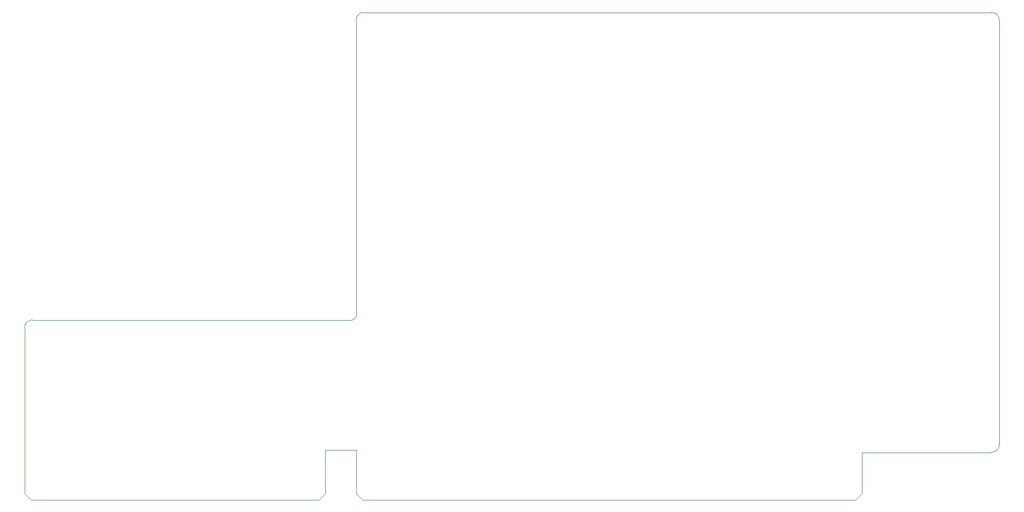
<source format=gbr>
G04 #@! TF.GenerationSoftware,KiCad,Pcbnew,(5.1.4)-1*
G04 #@! TF.CreationDate,2021-08-01T14:10:50+02:00*
G04 #@! TF.ProjectId,NE2000,4e453230-3030-42e6-9b69-6361645f7063,rev?*
G04 #@! TF.SameCoordinates,Original*
G04 #@! TF.FileFunction,Profile,NP*
%FSLAX46Y46*%
G04 Gerber Fmt 4.6, Leading zero omitted, Abs format (unit mm)*
G04 Created by KiCad (PCBNEW (5.1.4)-1) date 2021-08-01 14:10:50*
%MOMM*%
%LPD*%
G04 APERTURE LIST*
%ADD10C,0.050000*%
G04 APERTURE END LIST*
D10*
X116840000Y-98425000D02*
G75*
G02X116205000Y-99060000I-635000J0D01*
G01*
X197231000Y-128016000D02*
X198247000Y-127000000D01*
X63500000Y-127000000D02*
X64516000Y-128016000D01*
X116840000Y-127000000D02*
X117856000Y-128016000D01*
X110871000Y-128016000D02*
X111887000Y-127000000D01*
X220345000Y-119126000D02*
G75*
G02X219075000Y-120396000I-1270000J0D01*
G01*
X219075000Y-49530000D02*
G75*
G02X220345000Y-50800000I0J-1270000D01*
G01*
X116840000Y-50800000D02*
G75*
G02X118110000Y-49530000I1270000J0D01*
G01*
X63500000Y-100330000D02*
G75*
G02X64770000Y-99060000I1270000J0D01*
G01*
X116205000Y-99060000D02*
X64770000Y-99060000D01*
X116840000Y-50800000D02*
X116840000Y-98425000D01*
X116840000Y-120015000D02*
X111887000Y-120015000D01*
X111887000Y-120015000D02*
X111887000Y-127000000D01*
X118110000Y-49530000D02*
X219075000Y-49530000D01*
X110871000Y-128016000D02*
X64516000Y-128016000D01*
X220345000Y-50800000D02*
X220345000Y-119126000D01*
X116840000Y-127000000D02*
X116840000Y-120015000D01*
X63500000Y-127000000D02*
X63500000Y-118618000D01*
X198247000Y-120396000D02*
X198247000Y-127000000D01*
X197231000Y-128016000D02*
X117856000Y-128016000D01*
X219075000Y-120396000D02*
X198247000Y-120396000D01*
X63500000Y-118618000D02*
X63500000Y-100330000D01*
M02*

</source>
